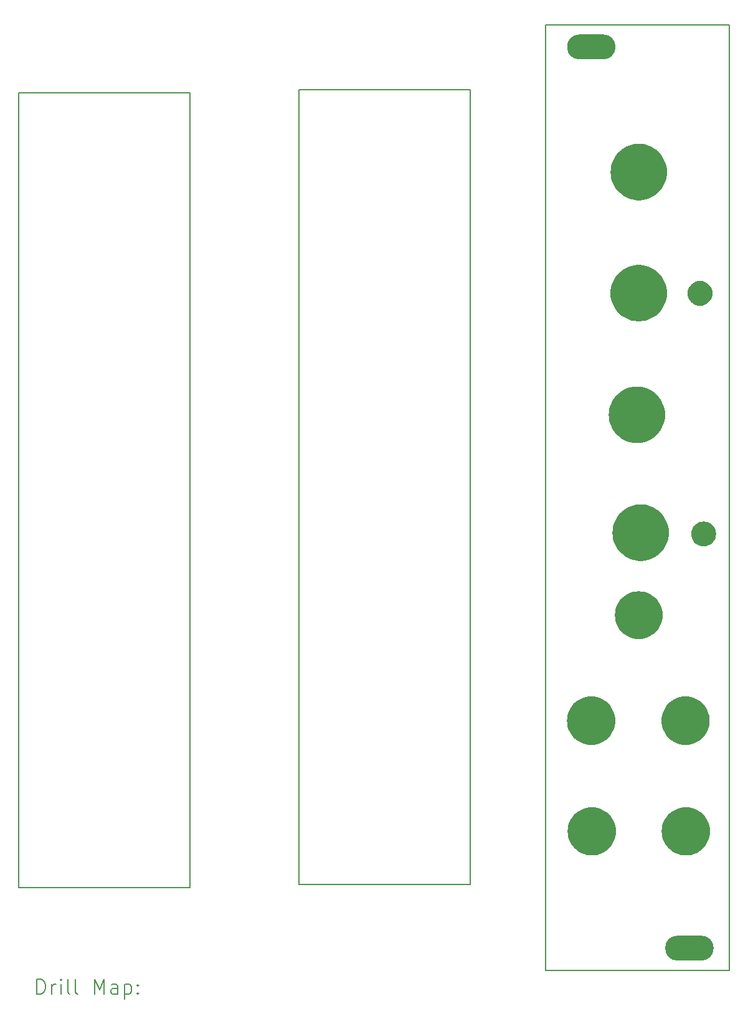
<source format=gbr>
%TF.GenerationSoftware,KiCad,Pcbnew,7.0.11-7.0.11~ubuntu22.04.1*%
%TF.CreationDate,2024-09-21T00:23:00-04:00*%
%TF.ProjectId,ad-vca,61642d76-6361-42e6-9b69-6361645f7063,rev?*%
%TF.SameCoordinates,Original*%
%TF.FileFunction,Drillmap*%
%TF.FilePolarity,Positive*%
%FSLAX45Y45*%
G04 Gerber Fmt 4.5, Leading zero omitted, Abs format (unit mm)*
G04 Created by KiCad (PCBNEW 7.0.11-7.0.11~ubuntu22.04.1) date 2024-09-21 00:23:00*
%MOMM*%
%LPD*%
G01*
G04 APERTURE LIST*
%ADD10C,0.150000*%
%ADD11C,0.200000*%
G04 APERTURE END LIST*
D10*
X17833886Y-13718736D02*
X17869265Y-13724747D01*
X17903747Y-13734681D01*
X17936901Y-13748414D01*
X17968308Y-13765772D01*
X17997575Y-13786538D01*
X18024332Y-13810449D01*
X18048244Y-13837207D01*
X18069010Y-13866473D01*
X18086368Y-13897881D01*
X18100101Y-13931034D01*
X18110035Y-13965517D01*
X18116046Y-14000895D01*
X18118058Y-14036724D01*
X18116046Y-14072552D01*
X18110035Y-14107930D01*
X18100101Y-14142413D01*
X18086368Y-14175566D01*
X18069010Y-14206974D01*
X18048244Y-14236240D01*
X18024332Y-14262998D01*
X17997575Y-14286910D01*
X17968308Y-14307675D01*
X17936901Y-14325034D01*
X17903747Y-14338766D01*
X17869265Y-14348701D01*
X17833886Y-14354712D01*
X17798058Y-14356724D01*
X17762229Y-14354712D01*
X17726851Y-14348701D01*
X17692369Y-14338766D01*
X17659215Y-14325034D01*
X17627808Y-14307675D01*
X17598541Y-14286910D01*
X17571784Y-14262998D01*
X17547872Y-14236240D01*
X17527106Y-14206974D01*
X17509748Y-14175566D01*
X17496015Y-14142413D01*
X17486081Y-14107930D01*
X17480070Y-14072552D01*
X17478058Y-14036724D01*
X17480070Y-14000895D01*
X17486081Y-13965517D01*
X17496015Y-13931034D01*
X17509748Y-13897881D01*
X17527106Y-13866473D01*
X17547872Y-13837207D01*
X17571784Y-13810449D01*
X17598541Y-13786538D01*
X17627808Y-13765772D01*
X17659215Y-13748414D01*
X17692369Y-13734681D01*
X17726851Y-13724747D01*
X17762229Y-13718736D01*
X17798058Y-13716724D01*
X17833886Y-13718736D01*
G36*
X17833886Y-13718736D02*
G01*
X17869265Y-13724747D01*
X17903747Y-13734681D01*
X17936901Y-13748414D01*
X17968308Y-13765772D01*
X17997575Y-13786538D01*
X18024332Y-13810449D01*
X18048244Y-13837207D01*
X18069010Y-13866473D01*
X18086368Y-13897881D01*
X18100101Y-13931034D01*
X18110035Y-13965517D01*
X18116046Y-14000895D01*
X18118058Y-14036724D01*
X18116046Y-14072552D01*
X18110035Y-14107930D01*
X18100101Y-14142413D01*
X18086368Y-14175566D01*
X18069010Y-14206974D01*
X18048244Y-14236240D01*
X18024332Y-14262998D01*
X17997575Y-14286910D01*
X17968308Y-14307675D01*
X17936901Y-14325034D01*
X17903747Y-14338766D01*
X17869265Y-14348701D01*
X17833886Y-14354712D01*
X17798058Y-14356724D01*
X17762229Y-14354712D01*
X17726851Y-14348701D01*
X17692369Y-14338766D01*
X17659215Y-14325034D01*
X17627808Y-14307675D01*
X17598541Y-14286910D01*
X17571784Y-14262998D01*
X17547872Y-14236240D01*
X17527106Y-14206974D01*
X17509748Y-14175566D01*
X17496015Y-14142413D01*
X17486081Y-14107930D01*
X17480070Y-14072552D01*
X17478058Y-14036724D01*
X17480070Y-14000895D01*
X17486081Y-13965517D01*
X17496015Y-13931034D01*
X17509748Y-13897881D01*
X17527106Y-13866473D01*
X17547872Y-13837207D01*
X17571784Y-13810449D01*
X17598541Y-13786538D01*
X17627808Y-13765772D01*
X17659215Y-13748414D01*
X17692369Y-13734681D01*
X17726851Y-13724747D01*
X17762229Y-13718736D01*
X17798058Y-13716724D01*
X17833886Y-13718736D01*
G37*
X18519910Y-9606704D02*
X18557156Y-9614358D01*
X18593436Y-9625741D01*
X18628378Y-9640736D01*
X18661625Y-9659190D01*
X18692833Y-9680911D01*
X18721684Y-9705679D01*
X18747882Y-9733239D01*
X18771156Y-9763307D01*
X18791270Y-9795576D01*
X18808015Y-9829714D01*
X18821221Y-9865371D01*
X18830752Y-9902181D01*
X18836510Y-9939767D01*
X18838436Y-9977742D01*
X18836510Y-10015717D01*
X18830752Y-10053303D01*
X18821221Y-10090113D01*
X18808015Y-10125770D01*
X18791270Y-10159908D01*
X18771156Y-10192177D01*
X18747882Y-10222246D01*
X18721684Y-10249805D01*
X18692833Y-10274573D01*
X18661625Y-10296295D01*
X18628378Y-10314748D01*
X18593436Y-10329743D01*
X18557156Y-10341126D01*
X18519910Y-10348780D01*
X18482081Y-10352627D01*
X18444057Y-10352627D01*
X18406228Y-10348780D01*
X18368983Y-10341126D01*
X18332702Y-10329743D01*
X18297760Y-10314748D01*
X18264514Y-10296295D01*
X18233305Y-10274573D01*
X18204454Y-10249805D01*
X18178257Y-10222246D01*
X18154982Y-10192177D01*
X18134869Y-10159908D01*
X18118123Y-10125770D01*
X18104917Y-10090113D01*
X18095386Y-10053303D01*
X18089629Y-10015717D01*
X18087703Y-9977742D01*
X18089629Y-9939767D01*
X18095386Y-9902181D01*
X18104917Y-9865371D01*
X18118123Y-9829714D01*
X18134869Y-9795576D01*
X18154982Y-9763307D01*
X18178257Y-9733239D01*
X18204454Y-9705679D01*
X18233305Y-9680911D01*
X18264514Y-9659190D01*
X18297760Y-9640736D01*
X18332702Y-9625741D01*
X18368983Y-9614358D01*
X18406228Y-9606704D01*
X18444057Y-9602857D01*
X18482081Y-9602857D01*
X18519910Y-9606704D01*
G36*
X18519910Y-9606704D02*
G01*
X18557156Y-9614358D01*
X18593436Y-9625741D01*
X18628378Y-9640736D01*
X18661625Y-9659190D01*
X18692833Y-9680911D01*
X18721684Y-9705679D01*
X18747882Y-9733239D01*
X18771156Y-9763307D01*
X18791270Y-9795576D01*
X18808015Y-9829714D01*
X18821221Y-9865371D01*
X18830752Y-9902181D01*
X18836510Y-9939767D01*
X18838436Y-9977742D01*
X18836510Y-10015717D01*
X18830752Y-10053303D01*
X18821221Y-10090113D01*
X18808015Y-10125770D01*
X18791270Y-10159908D01*
X18771156Y-10192177D01*
X18747882Y-10222246D01*
X18721684Y-10249805D01*
X18692833Y-10274573D01*
X18661625Y-10296295D01*
X18628378Y-10314748D01*
X18593436Y-10329743D01*
X18557156Y-10341126D01*
X18519910Y-10348780D01*
X18482081Y-10352627D01*
X18444057Y-10352627D01*
X18406228Y-10348780D01*
X18368983Y-10341126D01*
X18332702Y-10329743D01*
X18297760Y-10314748D01*
X18264514Y-10296295D01*
X18233305Y-10274573D01*
X18204454Y-10249805D01*
X18178257Y-10222246D01*
X18154982Y-10192177D01*
X18134869Y-10159908D01*
X18118123Y-10125770D01*
X18104917Y-10090113D01*
X18095386Y-10053303D01*
X18089629Y-10015717D01*
X18087703Y-9977742D01*
X18089629Y-9939767D01*
X18095386Y-9902181D01*
X18104917Y-9865371D01*
X18118123Y-9829714D01*
X18134869Y-9795576D01*
X18154982Y-9763307D01*
X18178257Y-9733239D01*
X18204454Y-9705679D01*
X18233305Y-9680911D01*
X18264514Y-9659190D01*
X18297760Y-9640736D01*
X18332702Y-9625741D01*
X18368983Y-9614358D01*
X18406228Y-9606704D01*
X18444057Y-9602857D01*
X18482081Y-9602857D01*
X18519910Y-9606704D01*
G37*
X18469110Y-8003932D02*
X18506356Y-8011586D01*
X18542636Y-8022969D01*
X18577578Y-8037964D01*
X18610825Y-8056417D01*
X18642033Y-8078139D01*
X18670884Y-8102907D01*
X18697082Y-8130466D01*
X18720356Y-8160535D01*
X18740470Y-8192804D01*
X18757215Y-8226942D01*
X18770421Y-8262599D01*
X18779952Y-8299409D01*
X18785710Y-8336994D01*
X18787636Y-8374970D01*
X18785710Y-8412945D01*
X18779952Y-8450530D01*
X18770421Y-8487341D01*
X18757215Y-8522998D01*
X18740470Y-8557136D01*
X18720356Y-8589405D01*
X18697082Y-8619473D01*
X18670884Y-8647033D01*
X18642033Y-8671800D01*
X18610825Y-8693522D01*
X18577578Y-8711975D01*
X18542636Y-8726970D01*
X18506356Y-8738353D01*
X18469110Y-8746008D01*
X18431281Y-8749854D01*
X18393257Y-8749854D01*
X18355428Y-8746008D01*
X18318183Y-8738353D01*
X18281902Y-8726970D01*
X18246960Y-8711975D01*
X18213714Y-8693522D01*
X18182505Y-8671800D01*
X18153654Y-8647033D01*
X18127457Y-8619473D01*
X18104182Y-8589405D01*
X18084069Y-8557136D01*
X18067323Y-8522998D01*
X18054117Y-8487341D01*
X18044586Y-8450530D01*
X18038829Y-8412945D01*
X18036903Y-8374970D01*
X18038829Y-8336994D01*
X18044586Y-8299409D01*
X18054117Y-8262599D01*
X18067323Y-8226942D01*
X18084069Y-8192804D01*
X18104182Y-8160535D01*
X18127457Y-8130466D01*
X18153654Y-8102907D01*
X18182505Y-8078139D01*
X18213714Y-8056417D01*
X18246960Y-8037964D01*
X18281902Y-8022969D01*
X18318183Y-8011586D01*
X18355428Y-8003932D01*
X18393257Y-8000085D01*
X18431281Y-8000085D01*
X18469110Y-8003932D01*
G36*
X18469110Y-8003932D02*
G01*
X18506356Y-8011586D01*
X18542636Y-8022969D01*
X18577578Y-8037964D01*
X18610825Y-8056417D01*
X18642033Y-8078139D01*
X18670884Y-8102907D01*
X18697082Y-8130466D01*
X18720356Y-8160535D01*
X18740470Y-8192804D01*
X18757215Y-8226942D01*
X18770421Y-8262599D01*
X18779952Y-8299409D01*
X18785710Y-8336994D01*
X18787636Y-8374970D01*
X18785710Y-8412945D01*
X18779952Y-8450530D01*
X18770421Y-8487341D01*
X18757215Y-8522998D01*
X18740470Y-8557136D01*
X18720356Y-8589405D01*
X18697082Y-8619473D01*
X18670884Y-8647033D01*
X18642033Y-8671800D01*
X18610825Y-8693522D01*
X18577578Y-8711975D01*
X18542636Y-8726970D01*
X18506356Y-8738353D01*
X18469110Y-8746008D01*
X18431281Y-8749854D01*
X18393257Y-8749854D01*
X18355428Y-8746008D01*
X18318183Y-8738353D01*
X18281902Y-8726970D01*
X18246960Y-8711975D01*
X18213714Y-8693522D01*
X18182505Y-8671800D01*
X18153654Y-8647033D01*
X18127457Y-8619473D01*
X18104182Y-8589405D01*
X18084069Y-8557136D01*
X18067323Y-8522998D01*
X18054117Y-8487341D01*
X18044586Y-8450530D01*
X18038829Y-8412945D01*
X18036903Y-8374970D01*
X18038829Y-8336994D01*
X18044586Y-8299409D01*
X18054117Y-8262599D01*
X18067323Y-8226942D01*
X18084069Y-8192804D01*
X18104182Y-8160535D01*
X18127457Y-8130466D01*
X18153654Y-8102907D01*
X18182505Y-8078139D01*
X18213714Y-8056417D01*
X18246960Y-8037964D01*
X18281902Y-8022969D01*
X18318183Y-8011586D01*
X18355428Y-8003932D01*
X18393257Y-8000085D01*
X18431281Y-8000085D01*
X18469110Y-8003932D01*
G37*
D11*
X10006000Y-3999853D02*
X12338000Y-3999853D01*
X12338000Y-14799853D01*
X10006000Y-14799853D01*
X10006000Y-3999853D01*
D10*
X19344000Y-9836987D02*
X19368413Y-9842848D01*
X19391609Y-9852456D01*
X19413016Y-9865574D01*
X19432108Y-9881880D01*
X19448413Y-9900971D01*
X19461532Y-9922378D01*
X19471140Y-9945574D01*
X19477001Y-9969987D01*
X19478971Y-9995017D01*
X19477001Y-10020046D01*
X19471140Y-10044460D01*
X19461532Y-10067655D01*
X19448413Y-10089062D01*
X19432108Y-10108154D01*
X19413016Y-10124460D01*
X19391609Y-10137578D01*
X19368413Y-10147186D01*
X19344000Y-10153047D01*
X19318971Y-10155017D01*
X19293941Y-10153047D01*
X19269528Y-10147186D01*
X19246332Y-10137578D01*
X19224925Y-10124460D01*
X19205833Y-10108154D01*
X19189528Y-10089062D01*
X19176410Y-10067655D01*
X19166802Y-10044460D01*
X19160940Y-10020046D01*
X19158971Y-9995017D01*
X19160940Y-9969987D01*
X19166802Y-9945574D01*
X19176410Y-9922378D01*
X19189528Y-9900971D01*
X19205833Y-9881880D01*
X19224925Y-9865574D01*
X19246332Y-9852456D01*
X19269528Y-9842848D01*
X19293941Y-9836987D01*
X19318971Y-9835017D01*
X19344000Y-9836987D01*
G36*
X19344000Y-9836987D02*
G01*
X19368413Y-9842848D01*
X19391609Y-9852456D01*
X19413016Y-9865574D01*
X19432108Y-9881880D01*
X19448413Y-9900971D01*
X19461532Y-9922378D01*
X19471140Y-9945574D01*
X19477001Y-9969987D01*
X19478971Y-9995017D01*
X19477001Y-10020046D01*
X19471140Y-10044460D01*
X19461532Y-10067655D01*
X19448413Y-10089062D01*
X19432108Y-10108154D01*
X19413016Y-10124460D01*
X19391609Y-10137578D01*
X19368413Y-10147186D01*
X19344000Y-10153047D01*
X19318971Y-10155017D01*
X19293941Y-10153047D01*
X19269528Y-10147186D01*
X19246332Y-10137578D01*
X19224925Y-10124460D01*
X19205833Y-10108154D01*
X19189528Y-10089062D01*
X19176410Y-10067655D01*
X19166802Y-10044460D01*
X19160940Y-10020046D01*
X19158971Y-9995017D01*
X19160940Y-9969987D01*
X19166802Y-9945574D01*
X19176410Y-9922378D01*
X19189528Y-9900971D01*
X19205833Y-9881880D01*
X19224925Y-9865574D01*
X19246332Y-9852456D01*
X19269528Y-9842848D01*
X19293941Y-9836987D01*
X19318971Y-9835017D01*
X19344000Y-9836987D01*
G37*
D11*
X13815000Y-3958000D02*
X16147000Y-3958000D01*
X16147000Y-14758000D01*
X13815000Y-14758000D01*
X13815000Y-3958000D01*
X17170400Y-3075800D02*
X19668400Y-3075800D01*
X19668400Y-15925800D01*
X17170400Y-15925800D01*
X17170400Y-3075800D01*
D10*
X17825569Y-12214396D02*
X17860947Y-12220407D01*
X17895430Y-12230342D01*
X17928583Y-12244074D01*
X17959991Y-12261433D01*
X17989257Y-12282198D01*
X18016015Y-12306110D01*
X18039927Y-12332868D01*
X18060692Y-12362134D01*
X18078051Y-12393542D01*
X18091783Y-12426695D01*
X18101718Y-12461178D01*
X18107729Y-12496556D01*
X18109741Y-12532384D01*
X18107729Y-12568213D01*
X18101718Y-12603591D01*
X18091783Y-12638074D01*
X18078051Y-12671227D01*
X18060692Y-12702635D01*
X18039927Y-12731901D01*
X18016015Y-12758659D01*
X17989257Y-12782570D01*
X17959991Y-12803336D01*
X17928583Y-12820694D01*
X17895430Y-12834427D01*
X17860947Y-12844361D01*
X17825569Y-12850372D01*
X17789741Y-12852384D01*
X17753912Y-12850372D01*
X17718534Y-12844361D01*
X17684051Y-12834427D01*
X17650898Y-12820694D01*
X17619490Y-12803336D01*
X17590224Y-12782570D01*
X17563466Y-12758659D01*
X17539555Y-12731901D01*
X17518789Y-12702635D01*
X17501431Y-12671227D01*
X17487698Y-12638074D01*
X17477764Y-12603591D01*
X17471753Y-12568213D01*
X17469741Y-12532384D01*
X17471753Y-12496556D01*
X17477764Y-12461178D01*
X17487698Y-12426695D01*
X17501431Y-12393542D01*
X17518789Y-12362134D01*
X17539555Y-12332868D01*
X17563466Y-12306110D01*
X17590224Y-12282198D01*
X17619490Y-12261433D01*
X17650898Y-12244074D01*
X17684051Y-12230342D01*
X17718534Y-12220407D01*
X17753912Y-12214396D01*
X17789741Y-12212384D01*
X17825569Y-12214396D01*
G36*
X17825569Y-12214396D02*
G01*
X17860947Y-12220407D01*
X17895430Y-12230342D01*
X17928583Y-12244074D01*
X17959991Y-12261433D01*
X17989257Y-12282198D01*
X18016015Y-12306110D01*
X18039927Y-12332868D01*
X18060692Y-12362134D01*
X18078051Y-12393542D01*
X18091783Y-12426695D01*
X18101718Y-12461178D01*
X18107729Y-12496556D01*
X18109741Y-12532384D01*
X18107729Y-12568213D01*
X18101718Y-12603591D01*
X18091783Y-12638074D01*
X18078051Y-12671227D01*
X18060692Y-12702635D01*
X18039927Y-12731901D01*
X18016015Y-12758659D01*
X17989257Y-12782570D01*
X17959991Y-12803336D01*
X17928583Y-12820694D01*
X17895430Y-12834427D01*
X17860947Y-12844361D01*
X17825569Y-12850372D01*
X17789741Y-12852384D01*
X17753912Y-12850372D01*
X17718534Y-12844361D01*
X17684051Y-12834427D01*
X17650898Y-12820694D01*
X17619490Y-12803336D01*
X17590224Y-12782570D01*
X17563466Y-12758659D01*
X17539555Y-12731901D01*
X17518789Y-12702635D01*
X17501431Y-12671227D01*
X17487698Y-12638074D01*
X17477764Y-12603591D01*
X17471753Y-12568213D01*
X17469741Y-12532384D01*
X17471753Y-12496556D01*
X17477764Y-12461178D01*
X17487698Y-12426695D01*
X17501431Y-12393542D01*
X17518789Y-12362134D01*
X17539555Y-12332868D01*
X17563466Y-12306110D01*
X17590224Y-12282198D01*
X17619490Y-12261433D01*
X17650898Y-12244074D01*
X17684051Y-12230342D01*
X17718534Y-12220407D01*
X17753912Y-12214396D01*
X17789741Y-12212384D01*
X17825569Y-12214396D01*
G37*
X18472342Y-10784741D02*
X18507251Y-10790672D01*
X18541276Y-10800475D01*
X18573989Y-10814025D01*
X18604980Y-10831153D01*
X18633858Y-10851643D01*
X18660260Y-10875238D01*
X18683855Y-10901640D01*
X18704345Y-10930518D01*
X18721473Y-10961509D01*
X18735023Y-10994222D01*
X18744825Y-11028247D01*
X18750757Y-11063156D01*
X18752742Y-11098509D01*
X18750757Y-11133862D01*
X18744825Y-11168770D01*
X18735023Y-11202795D01*
X18721473Y-11235509D01*
X18704345Y-11266499D01*
X18683855Y-11295377D01*
X18660260Y-11321780D01*
X18633858Y-11345374D01*
X18604980Y-11365864D01*
X18573989Y-11382992D01*
X18541276Y-11396543D01*
X18507251Y-11406345D01*
X18472342Y-11412276D01*
X18436989Y-11414262D01*
X18401636Y-11412276D01*
X18366727Y-11406345D01*
X18332702Y-11396543D01*
X18299989Y-11382992D01*
X18268998Y-11365864D01*
X18240120Y-11345374D01*
X18213718Y-11321780D01*
X18190123Y-11295377D01*
X18169633Y-11266499D01*
X18152505Y-11235509D01*
X18138955Y-11202795D01*
X18129152Y-11168770D01*
X18123221Y-11133862D01*
X18121236Y-11098509D01*
X18123221Y-11063156D01*
X18129152Y-11028247D01*
X18138955Y-10994222D01*
X18152505Y-10961509D01*
X18169633Y-10930518D01*
X18190123Y-10901640D01*
X18213718Y-10875238D01*
X18240120Y-10851643D01*
X18268998Y-10831153D01*
X18299989Y-10814025D01*
X18332702Y-10800475D01*
X18366727Y-10790672D01*
X18401636Y-10784741D01*
X18436989Y-10782756D01*
X18472342Y-10784741D01*
G36*
X18472342Y-10784741D02*
G01*
X18507251Y-10790672D01*
X18541276Y-10800475D01*
X18573989Y-10814025D01*
X18604980Y-10831153D01*
X18633858Y-10851643D01*
X18660260Y-10875238D01*
X18683855Y-10901640D01*
X18704345Y-10930518D01*
X18721473Y-10961509D01*
X18735023Y-10994222D01*
X18744825Y-11028247D01*
X18750757Y-11063156D01*
X18752742Y-11098509D01*
X18750757Y-11133862D01*
X18744825Y-11168770D01*
X18735023Y-11202795D01*
X18721473Y-11235509D01*
X18704345Y-11266499D01*
X18683855Y-11295377D01*
X18660260Y-11321780D01*
X18633858Y-11345374D01*
X18604980Y-11365864D01*
X18573989Y-11382992D01*
X18541276Y-11396543D01*
X18507251Y-11406345D01*
X18472342Y-11412276D01*
X18436989Y-11414262D01*
X18401636Y-11412276D01*
X18366727Y-11406345D01*
X18332702Y-11396543D01*
X18299989Y-11382992D01*
X18268998Y-11365864D01*
X18240120Y-11345374D01*
X18213718Y-11321780D01*
X18190123Y-11295377D01*
X18169633Y-11266499D01*
X18152505Y-11235509D01*
X18138955Y-11202795D01*
X18129152Y-11168770D01*
X18123221Y-11133862D01*
X18121236Y-11098509D01*
X18123221Y-11063156D01*
X18129152Y-11028247D01*
X18138955Y-10994222D01*
X18152505Y-10961509D01*
X18169633Y-10930518D01*
X18190123Y-10901640D01*
X18213718Y-10875238D01*
X18240120Y-10851643D01*
X18268998Y-10831153D01*
X18299989Y-10814025D01*
X18332702Y-10800475D01*
X18366727Y-10790672D01*
X18401636Y-10784741D01*
X18436989Y-10782756D01*
X18472342Y-10784741D01*
G37*
D11*
X17961400Y-3214047D02*
X17961400Y-3214047D01*
G75*
G02*
X18111400Y-3364047I0J-150003D01*
G01*
X18111400Y-3384047D01*
G75*
G02*
X17961400Y-3534047I-150000J-3D01*
G01*
X17621400Y-3534047D01*
G75*
G02*
X17471400Y-3384047I0J149997D01*
G01*
X17471400Y-3364047D01*
G75*
G02*
X17621400Y-3214047I150000J-3D01*
G01*
X17961400Y-3214047D01*
G36*
X17961400Y-3214047D02*
G01*
X17961400Y-3214047D01*
G75*
G02*
X18111400Y-3364047I0J-150003D01*
G01*
X18111400Y-3384047D01*
G75*
G02*
X17961400Y-3534047I-150000J-3D01*
G01*
X17621400Y-3534047D01*
G75*
G02*
X17471400Y-3384047I0J149997D01*
G01*
X17471400Y-3364047D01*
G75*
G02*
X17621400Y-3214047I150000J-3D01*
G01*
X17961400Y-3214047D01*
G37*
D10*
X18494510Y-4704504D02*
X18531756Y-4712158D01*
X18568036Y-4723541D01*
X18602978Y-4738536D01*
X18636225Y-4756990D01*
X18667433Y-4778711D01*
X18696284Y-4803479D01*
X18722482Y-4831039D01*
X18745756Y-4861107D01*
X18765870Y-4893376D01*
X18782615Y-4927514D01*
X18795821Y-4963171D01*
X18805352Y-4999981D01*
X18811110Y-5037567D01*
X18813036Y-5075542D01*
X18811110Y-5113517D01*
X18805352Y-5151103D01*
X18795821Y-5187913D01*
X18782615Y-5223570D01*
X18765870Y-5257708D01*
X18745756Y-5289977D01*
X18722482Y-5320046D01*
X18696284Y-5347605D01*
X18667433Y-5372373D01*
X18636225Y-5394095D01*
X18602978Y-5412548D01*
X18568036Y-5427543D01*
X18531756Y-5438926D01*
X18494510Y-5446580D01*
X18456681Y-5450427D01*
X18418657Y-5450427D01*
X18380828Y-5446580D01*
X18343583Y-5438926D01*
X18307302Y-5427543D01*
X18272360Y-5412548D01*
X18239114Y-5394095D01*
X18207905Y-5372373D01*
X18179054Y-5347605D01*
X18152857Y-5320046D01*
X18129582Y-5289977D01*
X18109469Y-5257708D01*
X18092723Y-5223570D01*
X18079517Y-5187913D01*
X18069986Y-5151103D01*
X18064229Y-5113517D01*
X18062303Y-5075542D01*
X18064229Y-5037567D01*
X18069986Y-4999981D01*
X18079517Y-4963171D01*
X18092723Y-4927514D01*
X18109469Y-4893376D01*
X18129582Y-4861107D01*
X18152857Y-4831039D01*
X18179054Y-4803479D01*
X18207905Y-4778711D01*
X18239114Y-4756990D01*
X18272360Y-4738536D01*
X18307302Y-4723541D01*
X18343583Y-4712158D01*
X18380828Y-4704504D01*
X18418657Y-4700657D01*
X18456681Y-4700657D01*
X18494510Y-4704504D01*
G36*
X18494510Y-4704504D02*
G01*
X18531756Y-4712158D01*
X18568036Y-4723541D01*
X18602978Y-4738536D01*
X18636225Y-4756990D01*
X18667433Y-4778711D01*
X18696284Y-4803479D01*
X18722482Y-4831039D01*
X18745756Y-4861107D01*
X18765870Y-4893376D01*
X18782615Y-4927514D01*
X18795821Y-4963171D01*
X18805352Y-4999981D01*
X18811110Y-5037567D01*
X18813036Y-5075542D01*
X18811110Y-5113517D01*
X18805352Y-5151103D01*
X18795821Y-5187913D01*
X18782615Y-5223570D01*
X18765870Y-5257708D01*
X18745756Y-5289977D01*
X18722482Y-5320046D01*
X18696284Y-5347605D01*
X18667433Y-5372373D01*
X18636225Y-5394095D01*
X18602978Y-5412548D01*
X18568036Y-5427543D01*
X18531756Y-5438926D01*
X18494510Y-5446580D01*
X18456681Y-5450427D01*
X18418657Y-5450427D01*
X18380828Y-5446580D01*
X18343583Y-5438926D01*
X18307302Y-5427543D01*
X18272360Y-5412548D01*
X18239114Y-5394095D01*
X18207905Y-5372373D01*
X18179054Y-5347605D01*
X18152857Y-5320046D01*
X18129582Y-5289977D01*
X18109469Y-5257708D01*
X18092723Y-5223570D01*
X18079517Y-5187913D01*
X18069986Y-5151103D01*
X18064229Y-5113517D01*
X18062303Y-5075542D01*
X18064229Y-5037567D01*
X18069986Y-4999981D01*
X18079517Y-4963171D01*
X18092723Y-4927514D01*
X18109469Y-4893376D01*
X18129582Y-4861107D01*
X18152857Y-4831039D01*
X18179054Y-4803479D01*
X18207905Y-4778711D01*
X18239114Y-4756990D01*
X18272360Y-4738536D01*
X18307302Y-4723541D01*
X18343583Y-4712158D01*
X18380828Y-4704504D01*
X18418657Y-4700657D01*
X18456681Y-4700657D01*
X18494510Y-4704504D01*
G37*
X18494184Y-6350090D02*
X18531430Y-6357744D01*
X18567710Y-6369127D01*
X18602652Y-6384122D01*
X18635899Y-6402575D01*
X18667107Y-6424297D01*
X18695958Y-6449065D01*
X18722156Y-6476624D01*
X18745430Y-6506693D01*
X18765544Y-6538962D01*
X18782289Y-6573100D01*
X18795495Y-6608757D01*
X18805026Y-6645567D01*
X18810784Y-6683152D01*
X18812710Y-6721128D01*
X18810784Y-6759103D01*
X18805026Y-6796688D01*
X18795495Y-6833499D01*
X18782289Y-6869156D01*
X18765544Y-6903294D01*
X18745430Y-6935563D01*
X18722156Y-6965631D01*
X18695958Y-6993191D01*
X18667107Y-7017958D01*
X18635899Y-7039680D01*
X18602652Y-7058133D01*
X18567710Y-7073128D01*
X18531430Y-7084511D01*
X18494184Y-7092166D01*
X18456355Y-7096012D01*
X18418331Y-7096012D01*
X18380502Y-7092166D01*
X18343257Y-7084511D01*
X18306976Y-7073128D01*
X18272034Y-7058133D01*
X18238788Y-7039680D01*
X18207579Y-7017958D01*
X18178728Y-6993191D01*
X18152531Y-6965631D01*
X18129256Y-6935563D01*
X18109143Y-6903294D01*
X18092397Y-6869156D01*
X18079191Y-6833499D01*
X18069661Y-6796688D01*
X18063903Y-6759103D01*
X18061977Y-6721128D01*
X18063903Y-6683152D01*
X18069661Y-6645567D01*
X18079191Y-6608757D01*
X18092397Y-6573100D01*
X18109143Y-6538962D01*
X18129256Y-6506693D01*
X18152531Y-6476624D01*
X18178728Y-6449065D01*
X18207579Y-6424297D01*
X18238788Y-6402575D01*
X18272034Y-6384122D01*
X18306976Y-6369127D01*
X18343257Y-6357744D01*
X18380502Y-6350090D01*
X18418331Y-6346243D01*
X18456355Y-6346243D01*
X18494184Y-6350090D01*
G36*
X18494184Y-6350090D02*
G01*
X18531430Y-6357744D01*
X18567710Y-6369127D01*
X18602652Y-6384122D01*
X18635899Y-6402575D01*
X18667107Y-6424297D01*
X18695958Y-6449065D01*
X18722156Y-6476624D01*
X18745430Y-6506693D01*
X18765544Y-6538962D01*
X18782289Y-6573100D01*
X18795495Y-6608757D01*
X18805026Y-6645567D01*
X18810784Y-6683152D01*
X18812710Y-6721128D01*
X18810784Y-6759103D01*
X18805026Y-6796688D01*
X18795495Y-6833499D01*
X18782289Y-6869156D01*
X18765544Y-6903294D01*
X18745430Y-6935563D01*
X18722156Y-6965631D01*
X18695958Y-6993191D01*
X18667107Y-7017958D01*
X18635899Y-7039680D01*
X18602652Y-7058133D01*
X18567710Y-7073128D01*
X18531430Y-7084511D01*
X18494184Y-7092166D01*
X18456355Y-7096012D01*
X18418331Y-7096012D01*
X18380502Y-7092166D01*
X18343257Y-7084511D01*
X18306976Y-7073128D01*
X18272034Y-7058133D01*
X18238788Y-7039680D01*
X18207579Y-7017958D01*
X18178728Y-6993191D01*
X18152531Y-6965631D01*
X18129256Y-6935563D01*
X18109143Y-6903294D01*
X18092397Y-6869156D01*
X18079191Y-6833499D01*
X18069661Y-6796688D01*
X18063903Y-6759103D01*
X18061977Y-6721128D01*
X18063903Y-6683152D01*
X18069661Y-6645567D01*
X18079191Y-6608757D01*
X18092397Y-6573100D01*
X18109143Y-6538962D01*
X18129256Y-6506693D01*
X18152531Y-6476624D01*
X18178728Y-6449065D01*
X18207579Y-6424297D01*
X18238788Y-6402575D01*
X18272034Y-6384122D01*
X18306976Y-6369127D01*
X18343257Y-6357744D01*
X18380502Y-6350090D01*
X18418331Y-6346243D01*
X18456355Y-6346243D01*
X18494184Y-6350090D01*
G37*
X19294187Y-6566248D02*
X19318600Y-6572109D01*
X19341796Y-6581717D01*
X19363203Y-6594835D01*
X19382294Y-6611141D01*
X19398600Y-6630232D01*
X19411718Y-6651639D01*
X19421326Y-6674835D01*
X19427187Y-6699248D01*
X19429157Y-6724278D01*
X19427187Y-6749307D01*
X19421326Y-6773721D01*
X19411718Y-6796916D01*
X19398600Y-6818323D01*
X19382294Y-6837415D01*
X19363203Y-6853721D01*
X19341796Y-6866839D01*
X19318600Y-6876447D01*
X19294187Y-6882308D01*
X19269157Y-6884278D01*
X19244128Y-6882308D01*
X19219715Y-6876447D01*
X19196519Y-6866839D01*
X19175112Y-6853721D01*
X19156020Y-6837415D01*
X19139715Y-6818323D01*
X19126596Y-6796916D01*
X19116988Y-6773721D01*
X19111127Y-6749307D01*
X19109157Y-6724278D01*
X19111127Y-6699248D01*
X19116988Y-6674835D01*
X19126596Y-6651639D01*
X19139715Y-6630232D01*
X19156020Y-6611141D01*
X19175112Y-6594835D01*
X19196519Y-6581717D01*
X19219715Y-6572109D01*
X19244128Y-6566248D01*
X19269157Y-6564278D01*
X19294187Y-6566248D01*
G36*
X19294187Y-6566248D02*
G01*
X19318600Y-6572109D01*
X19341796Y-6581717D01*
X19363203Y-6594835D01*
X19382294Y-6611141D01*
X19398600Y-6630232D01*
X19411718Y-6651639D01*
X19421326Y-6674835D01*
X19427187Y-6699248D01*
X19429157Y-6724278D01*
X19427187Y-6749307D01*
X19421326Y-6773721D01*
X19411718Y-6796916D01*
X19398600Y-6818323D01*
X19382294Y-6837415D01*
X19363203Y-6853721D01*
X19341796Y-6866839D01*
X19318600Y-6876447D01*
X19294187Y-6882308D01*
X19269157Y-6884278D01*
X19244128Y-6882308D01*
X19219715Y-6876447D01*
X19196519Y-6866839D01*
X19175112Y-6853721D01*
X19156020Y-6837415D01*
X19139715Y-6818323D01*
X19126596Y-6796916D01*
X19116988Y-6773721D01*
X19111127Y-6749307D01*
X19109157Y-6724278D01*
X19111127Y-6699248D01*
X19116988Y-6674835D01*
X19126596Y-6651639D01*
X19139715Y-6630232D01*
X19156020Y-6611141D01*
X19175112Y-6594835D01*
X19196519Y-6581717D01*
X19219715Y-6572109D01*
X19244128Y-6566248D01*
X19269157Y-6564278D01*
X19294187Y-6566248D01*
G37*
D11*
X19295600Y-15464047D02*
X19295600Y-15464047D01*
G75*
G02*
X19445600Y-15614047I0J-150003D01*
G01*
X19445600Y-15634047D01*
G75*
G02*
X19295600Y-15784047I-150000J-3D01*
G01*
X18955600Y-15784047D01*
G75*
G02*
X18805600Y-15634047I0J149997D01*
G01*
X18805600Y-15614047D01*
G75*
G02*
X18955600Y-15464047I150000J-3D01*
G01*
X19295600Y-15464047D01*
G36*
X19295600Y-15464047D02*
G01*
X19295600Y-15464047D01*
G75*
G02*
X19445600Y-15614047I0J-150003D01*
G01*
X19445600Y-15634047D01*
G75*
G02*
X19295600Y-15784047I-150000J-3D01*
G01*
X18955600Y-15784047D01*
G75*
G02*
X18805600Y-15634047I0J149997D01*
G01*
X18805600Y-15614047D01*
G75*
G02*
X18955600Y-15464047I150000J-3D01*
G01*
X19295600Y-15464047D01*
G37*
D10*
X19108945Y-12214396D02*
X19144323Y-12220407D01*
X19178806Y-12230342D01*
X19211959Y-12244074D01*
X19243367Y-12261433D01*
X19272633Y-12282198D01*
X19299390Y-12306110D01*
X19323302Y-12332868D01*
X19344068Y-12362134D01*
X19361426Y-12393542D01*
X19375159Y-12426695D01*
X19385093Y-12461178D01*
X19391104Y-12496556D01*
X19393116Y-12532384D01*
X19391104Y-12568213D01*
X19385093Y-12603591D01*
X19375159Y-12638074D01*
X19361426Y-12671227D01*
X19344068Y-12702635D01*
X19323302Y-12731901D01*
X19299390Y-12758659D01*
X19272633Y-12782570D01*
X19243367Y-12803336D01*
X19211959Y-12820694D01*
X19178806Y-12834427D01*
X19144323Y-12844361D01*
X19108945Y-12850372D01*
X19073116Y-12852384D01*
X19037288Y-12850372D01*
X19001910Y-12844361D01*
X18967427Y-12834427D01*
X18934273Y-12820694D01*
X18902866Y-12803336D01*
X18873600Y-12782570D01*
X18846842Y-12758659D01*
X18822930Y-12731901D01*
X18802165Y-12702635D01*
X18784806Y-12671227D01*
X18771074Y-12638074D01*
X18761139Y-12603591D01*
X18755128Y-12568213D01*
X18753116Y-12532384D01*
X18755128Y-12496556D01*
X18761139Y-12461178D01*
X18771074Y-12426695D01*
X18784806Y-12393542D01*
X18802165Y-12362134D01*
X18822930Y-12332868D01*
X18846842Y-12306110D01*
X18873600Y-12282198D01*
X18902866Y-12261433D01*
X18934273Y-12244074D01*
X18967427Y-12230342D01*
X19001910Y-12220407D01*
X19037288Y-12214396D01*
X19073116Y-12212384D01*
X19108945Y-12214396D01*
G36*
X19108945Y-12214396D02*
G01*
X19144323Y-12220407D01*
X19178806Y-12230342D01*
X19211959Y-12244074D01*
X19243367Y-12261433D01*
X19272633Y-12282198D01*
X19299390Y-12306110D01*
X19323302Y-12332868D01*
X19344068Y-12362134D01*
X19361426Y-12393542D01*
X19375159Y-12426695D01*
X19385093Y-12461178D01*
X19391104Y-12496556D01*
X19393116Y-12532384D01*
X19391104Y-12568213D01*
X19385093Y-12603591D01*
X19375159Y-12638074D01*
X19361426Y-12671227D01*
X19344068Y-12702635D01*
X19323302Y-12731901D01*
X19299390Y-12758659D01*
X19272633Y-12782570D01*
X19243367Y-12803336D01*
X19211959Y-12820694D01*
X19178806Y-12834427D01*
X19144323Y-12844361D01*
X19108945Y-12850372D01*
X19073116Y-12852384D01*
X19037288Y-12850372D01*
X19001910Y-12844361D01*
X18967427Y-12834427D01*
X18934273Y-12820694D01*
X18902866Y-12803336D01*
X18873600Y-12782570D01*
X18846842Y-12758659D01*
X18822930Y-12731901D01*
X18802165Y-12702635D01*
X18784806Y-12671227D01*
X18771074Y-12638074D01*
X18761139Y-12603591D01*
X18755128Y-12568213D01*
X18753116Y-12532384D01*
X18755128Y-12496556D01*
X18761139Y-12461178D01*
X18771074Y-12426695D01*
X18784806Y-12393542D01*
X18802165Y-12362134D01*
X18822930Y-12332868D01*
X18846842Y-12306110D01*
X18873600Y-12282198D01*
X18902866Y-12261433D01*
X18934273Y-12244074D01*
X18967427Y-12230342D01*
X19001910Y-12220407D01*
X19037288Y-12214396D01*
X19073116Y-12212384D01*
X19108945Y-12214396D01*
G37*
X19112870Y-13718736D02*
X19148248Y-13724747D01*
X19182731Y-13734681D01*
X19215884Y-13748414D01*
X19247292Y-13765772D01*
X19276558Y-13786538D01*
X19303316Y-13810449D01*
X19327228Y-13837207D01*
X19347993Y-13866473D01*
X19365352Y-13897881D01*
X19379084Y-13931034D01*
X19389018Y-13965517D01*
X19395029Y-14000895D01*
X19397042Y-14036724D01*
X19395029Y-14072552D01*
X19389018Y-14107930D01*
X19379084Y-14142413D01*
X19365352Y-14175566D01*
X19347993Y-14206974D01*
X19327228Y-14236240D01*
X19303316Y-14262998D01*
X19276558Y-14286910D01*
X19247292Y-14307675D01*
X19215884Y-14325034D01*
X19182731Y-14338766D01*
X19148248Y-14348701D01*
X19112870Y-14354712D01*
X19077042Y-14356724D01*
X19041213Y-14354712D01*
X19005835Y-14348701D01*
X18971352Y-14338766D01*
X18938199Y-14325034D01*
X18906791Y-14307675D01*
X18877525Y-14286910D01*
X18850767Y-14262998D01*
X18826855Y-14236240D01*
X18806090Y-14206974D01*
X18788732Y-14175566D01*
X18774999Y-14142413D01*
X18765065Y-14107930D01*
X18759054Y-14072552D01*
X18757042Y-14036724D01*
X18759054Y-14000895D01*
X18765065Y-13965517D01*
X18774999Y-13931034D01*
X18788732Y-13897881D01*
X18806090Y-13866473D01*
X18826855Y-13837207D01*
X18850767Y-13810449D01*
X18877525Y-13786538D01*
X18906791Y-13765772D01*
X18938199Y-13748414D01*
X18971352Y-13734681D01*
X19005835Y-13724747D01*
X19041213Y-13718736D01*
X19077042Y-13716724D01*
X19112870Y-13718736D01*
G36*
X19112870Y-13718736D02*
G01*
X19148248Y-13724747D01*
X19182731Y-13734681D01*
X19215884Y-13748414D01*
X19247292Y-13765772D01*
X19276558Y-13786538D01*
X19303316Y-13810449D01*
X19327228Y-13837207D01*
X19347993Y-13866473D01*
X19365352Y-13897881D01*
X19379084Y-13931034D01*
X19389018Y-13965517D01*
X19395029Y-14000895D01*
X19397042Y-14036724D01*
X19395029Y-14072552D01*
X19389018Y-14107930D01*
X19379084Y-14142413D01*
X19365352Y-14175566D01*
X19347993Y-14206974D01*
X19327228Y-14236240D01*
X19303316Y-14262998D01*
X19276558Y-14286910D01*
X19247292Y-14307675D01*
X19215884Y-14325034D01*
X19182731Y-14338766D01*
X19148248Y-14348701D01*
X19112870Y-14354712D01*
X19077042Y-14356724D01*
X19041213Y-14354712D01*
X19005835Y-14348701D01*
X18971352Y-14338766D01*
X18938199Y-14325034D01*
X18906791Y-14307675D01*
X18877525Y-14286910D01*
X18850767Y-14262998D01*
X18826855Y-14236240D01*
X18806090Y-14206974D01*
X18788732Y-14175566D01*
X18774999Y-14142413D01*
X18765065Y-14107930D01*
X18759054Y-14072552D01*
X18757042Y-14036724D01*
X18759054Y-14000895D01*
X18765065Y-13965517D01*
X18774999Y-13931034D01*
X18788732Y-13897881D01*
X18806090Y-13866473D01*
X18826855Y-13837207D01*
X18850767Y-13810449D01*
X18877525Y-13786538D01*
X18906791Y-13765772D01*
X18938199Y-13748414D01*
X18971352Y-13734681D01*
X19005835Y-13724747D01*
X19041213Y-13718736D01*
X19077042Y-13716724D01*
X19112870Y-13718736D01*
G37*
D11*
X10256777Y-16247284D02*
X10256777Y-16047284D01*
X10256777Y-16047284D02*
X10304396Y-16047284D01*
X10304396Y-16047284D02*
X10332967Y-16056808D01*
X10332967Y-16056808D02*
X10352015Y-16075855D01*
X10352015Y-16075855D02*
X10361539Y-16094903D01*
X10361539Y-16094903D02*
X10371063Y-16132998D01*
X10371063Y-16132998D02*
X10371063Y-16161569D01*
X10371063Y-16161569D02*
X10361539Y-16199665D01*
X10361539Y-16199665D02*
X10352015Y-16218712D01*
X10352015Y-16218712D02*
X10332967Y-16237760D01*
X10332967Y-16237760D02*
X10304396Y-16247284D01*
X10304396Y-16247284D02*
X10256777Y-16247284D01*
X10456777Y-16247284D02*
X10456777Y-16113950D01*
X10456777Y-16152046D02*
X10466301Y-16132998D01*
X10466301Y-16132998D02*
X10475824Y-16123474D01*
X10475824Y-16123474D02*
X10494872Y-16113950D01*
X10494872Y-16113950D02*
X10513920Y-16113950D01*
X10580586Y-16247284D02*
X10580586Y-16113950D01*
X10580586Y-16047284D02*
X10571063Y-16056808D01*
X10571063Y-16056808D02*
X10580586Y-16066331D01*
X10580586Y-16066331D02*
X10590110Y-16056808D01*
X10590110Y-16056808D02*
X10580586Y-16047284D01*
X10580586Y-16047284D02*
X10580586Y-16066331D01*
X10704396Y-16247284D02*
X10685348Y-16237760D01*
X10685348Y-16237760D02*
X10675824Y-16218712D01*
X10675824Y-16218712D02*
X10675824Y-16047284D01*
X10809158Y-16247284D02*
X10790110Y-16237760D01*
X10790110Y-16237760D02*
X10780586Y-16218712D01*
X10780586Y-16218712D02*
X10780586Y-16047284D01*
X11037729Y-16247284D02*
X11037729Y-16047284D01*
X11037729Y-16047284D02*
X11104396Y-16190141D01*
X11104396Y-16190141D02*
X11171063Y-16047284D01*
X11171063Y-16047284D02*
X11171063Y-16247284D01*
X11352015Y-16247284D02*
X11352015Y-16142522D01*
X11352015Y-16142522D02*
X11342491Y-16123474D01*
X11342491Y-16123474D02*
X11323443Y-16113950D01*
X11323443Y-16113950D02*
X11285348Y-16113950D01*
X11285348Y-16113950D02*
X11266301Y-16123474D01*
X11352015Y-16237760D02*
X11332967Y-16247284D01*
X11332967Y-16247284D02*
X11285348Y-16247284D01*
X11285348Y-16247284D02*
X11266301Y-16237760D01*
X11266301Y-16237760D02*
X11256777Y-16218712D01*
X11256777Y-16218712D02*
X11256777Y-16199665D01*
X11256777Y-16199665D02*
X11266301Y-16180617D01*
X11266301Y-16180617D02*
X11285348Y-16171093D01*
X11285348Y-16171093D02*
X11332967Y-16171093D01*
X11332967Y-16171093D02*
X11352015Y-16161569D01*
X11447253Y-16113950D02*
X11447253Y-16313950D01*
X11447253Y-16123474D02*
X11466301Y-16113950D01*
X11466301Y-16113950D02*
X11504396Y-16113950D01*
X11504396Y-16113950D02*
X11523443Y-16123474D01*
X11523443Y-16123474D02*
X11532967Y-16132998D01*
X11532967Y-16132998D02*
X11542491Y-16152046D01*
X11542491Y-16152046D02*
X11542491Y-16209188D01*
X11542491Y-16209188D02*
X11532967Y-16228236D01*
X11532967Y-16228236D02*
X11523443Y-16237760D01*
X11523443Y-16237760D02*
X11504396Y-16247284D01*
X11504396Y-16247284D02*
X11466301Y-16247284D01*
X11466301Y-16247284D02*
X11447253Y-16237760D01*
X11628205Y-16228236D02*
X11637729Y-16237760D01*
X11637729Y-16237760D02*
X11628205Y-16247284D01*
X11628205Y-16247284D02*
X11618682Y-16237760D01*
X11618682Y-16237760D02*
X11628205Y-16228236D01*
X11628205Y-16228236D02*
X11628205Y-16247284D01*
X11628205Y-16123474D02*
X11637729Y-16132998D01*
X11637729Y-16132998D02*
X11628205Y-16142522D01*
X11628205Y-16142522D02*
X11618682Y-16132998D01*
X11618682Y-16132998D02*
X11628205Y-16123474D01*
X11628205Y-16123474D02*
X11628205Y-16142522D01*
M02*

</source>
